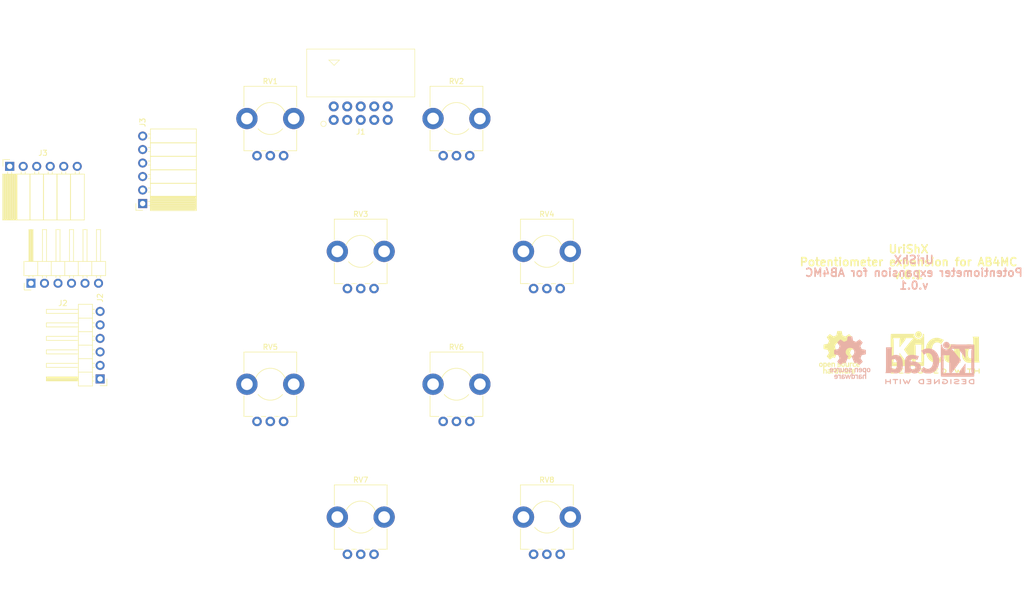
<source format=kicad_pcb>
(kicad_pcb (version 4) (host pcbnew 4.0.7-e2-6376~58~ubuntu16.04.1)
  (title_block (title "Potentiometer sub-board for AB4MC") (date 2018-08-14) (rev 0.1) (company URiShX) (comment 3 "Fitted to 100x100 sq."))
  (layers (0 F.Cu signal) (31 B.Cu signal) (34 B.Paste user) (35 F.Paste user) (36 B.SilkS user) (37 F.SilkS user) (38 B.Mask user) (39 F.Mask user) (44 Edge.Cuts user))
  (net 0 "")
  (net 1 "Net-(J1-Pad1)")
  (net 2 "Net-(J1-Pad2)")
  (net 3 "Net-(J1-Pad3)")
  (net 4 "Net-(J1-Pad4)")
  (net 5 "Net-(J1-Pad5)")
  (net 6 "Net-(J1-Pad6)")
  (net 7 "Net-(J1-Pad7)")
  (net 8 "Net-(J1-Pad8)")
  (net 9 GND)
  (net 10 VCC)
  (module Socket_Strips:Socket_Strip_Angled_1x06_Pitch2.54mm (layer F.Cu) (at 44 81 90)
    (fp_text reference J3 (at 2.5 6.25 180) (layer F.SilkS))
    (fp_text value Conn_01x06_Female hide)
    (pad 1 thru_hole rect (at 0 0 90) (size 1.7 1.7) (drill 1) (layers *.Cu *.Mask) (net 10 VCC))
    (pad 2 thru_hole oval (at 0 2.54 90) (size 1.7 1.7) (drill 1) (layers *.Cu *.Mask) (net 9 GND))
    (pad 3 thru_hole oval (at 0 5.08 90) (size 1.7 1.7) (drill 1) (layers *.Cu *.Mask) (net 2 "Net-(J1-Pad2)"))
    (pad 4 thru_hole oval (at 0 7.62 90) (size 1.7 1.7) (drill 1) (layers *.Cu *.Mask) (net 4 "Net-(J1-Pad4)"))
    (pad 5 thru_hole oval (at 0 10.16 90) (size 1.7 1.7) (drill 1) (layers *.Cu *.Mask) (net 6 "Net-(J1-Pad6)"))
    (pad 6 thru_hole oval (at 0 12.7 90) (size 1.7 1.7) (drill 1) (layers *.Cu *.Mask) (net 8 "Net-(J1-Pad8)"))
  )
  (module Pin_Headers:Pin_Header_Angled_1x06_Pitch2.54mm (layer F.Cu) (at 48 103 90)
    (fp_text reference J2 (at -3.75 6 180) (layer F.SilkS))
    (fp_text value Conn_01x06_Male hide)
    (pad 1 thru_hole rect (at 0 0 90) (size 1.7 1.7) (drill 1) (layers *.Cu *.Mask) (net 10 VCC))
    (pad 2 thru_hole oval (at 0 2.54 90) (size 1.7 1.7) (drill 1) (layers *.Cu *.Mask) (net 9 GND))
    (pad 3 thru_hole oval (at 0 5.08 90) (size 1.7 1.7) (drill 1) (layers *.Cu *.Mask) (net 2 "Net-(J1-Pad2)"))
    (pad 4 thru_hole oval (at 0 7.62 90) (size 1.7 1.7) (drill 1) (layers *.Cu *.Mask) (net 4 "Net-(J1-Pad4)"))
    (pad 5 thru_hole oval (at 0 10.16 90) (size 1.7 1.7) (drill 1) (layers *.Cu *.Mask) (net 6 "Net-(J1-Pad6)"))
    (pad 6 thru_hole oval (at 0 12.7 90) (size 1.7 1.7) (drill 1) (layers *.Cu *.Mask) (net 8 "Net-(J1-Pad8)"))
  )
  (module MyFootprintLib:Mouse_bites (layer F.Cu) (at 175 102.25)
    (fp_text reference REF** hide)
    (fp_text value "Mouse bites" hide)
    (pad "" np_thru_hole circle (at -2.25 -1) (size 0.35 0.35) (drill 0.35) (layers *.Cu *.Mask))
    (pad "" np_thru_hole circle (at -0.75 -1) (size 0.35 0.35) (drill 0.35) (layers *.Cu *.Mask))
    (pad "" np_thru_hole circle (at 0.75 -1) (size 0.35 0.35) (drill 0.35) (layers *.Cu *.Mask))
    (pad "" np_thru_hole circle (at 2.25 -1) (size 0.35 0.35) (drill 0.35) (layers *.Cu *.Mask))
    (pad "" np_thru_hole circle (at -2.25 1) (size 0.35 0.35) (drill 0.35) (layers *.Cu *.Mask))
    (pad "" np_thru_hole circle (at -0.75 1) (size 0.35 0.35) (drill 0.35) (layers *.Cu *.Mask))
    (pad "" np_thru_hole circle (at 0.75 1) (size 0.35 0.35) (drill 0.35) (layers *.Cu *.Mask))
    (pad "" np_thru_hole circle (at 2.25 1) (size 0.35 0.35) (drill 0.35) (layers *.Cu *.Mask))
  )
  (module 2X5-SHROUDED_rightAngle (layer F.Cu) (at 110 71 90)
    (fp_text reference J1 (at -3.5 0 180) (layer F.SilkS))
    (fp_text value Conn_02x05_Odd_Even hide)
    (pad 1 thru_hole circle (at -1.27 -5.08 90) (size 1.8796 1.8796) (drill 1.016) (layers *.Cu *.Mask) (net 1 "Net-(J1-Pad1)"))
    (pad 2 thru_hole circle (at 1.27 -5.08 90) (size 1.8796 1.8796) (drill 1.016) (layers *.Cu *.Mask) (net 2 "Net-(J1-Pad2)"))
    (pad 3 thru_hole circle (at -1.27 -2.54 90) (size 1.8796 1.8796) (drill 1.016) (layers *.Cu *.Mask) (net 3 "Net-(J1-Pad3)"))
    (pad 4 thru_hole circle (at 1.27 -2.54 90) (size 1.8796 1.8796) (drill 1.016) (layers *.Cu *.Mask) (net 4 "Net-(J1-Pad4)"))
    (pad 5 thru_hole circle (at -1.27 0 90) (size 1.8796 1.8796) (drill 1.016) (layers *.Cu *.Mask) (net 5 "Net-(J1-Pad5)"))
    (pad 6 thru_hole circle (at 1.27 0 90) (size 1.8796 1.8796) (drill 1.016) (layers *.Cu *.Mask) (net 6 "Net-(J1-Pad6)"))
    (pad 7 thru_hole circle (at -1.27 2.54 90) (size 1.8796 1.8796) (drill 1.016) (layers *.Cu *.Mask) (net 7 "Net-(J1-Pad7)"))
    (pad 8 thru_hole circle (at 1.27 2.54 90) (size 1.8796 1.8796) (drill 1.016) (layers *.Cu *.Mask) (net 8 "Net-(J1-Pad8)"))
    (pad 9 thru_hole circle (at -1.27 5.08 90) (size 1.8796 1.8796) (drill 1.016) (layers *.Cu *.Mask) (net 9 GND))
    (pad 10 thru_hole circle (at 1.27 5.08 90) (size 1.8796 1.8796) (drill 1.016) (layers *.Cu *.Mask) (net 10 VCC))
  )
  (module Mounting_Holes:MountingHole_3.2mm_M3 (layer F.Cu) (at 165 116.25)
    (fp_text reference REF** hide)
    (fp_text value MountingHole_3.2mm_M3 hide)
    (pad 1 np_thru_hole circle (at 0 0) (size 3.2 3.2) (drill 3.2) (layers *.Cu *.Mask))
  )
  (module Mounting_Holes:MountingHole_3.2mm_M3 (layer F.Cu) (at 161 88.25)
    (fp_text reference REF** hide)
    (fp_text value MountingHole_3.2mm_M3 hide)
    (pad 1 np_thru_hole circle (at 0 0) (size 3.2 3.2) (drill 3.2) (layers *.Cu *.Mask))
  )
  (module Mounting_Holes:MountingHole_3.2mm_M3 (layer F.Cu) (at 109 116.25)
    (fp_text reference REF** hide)
    (fp_text value MountingHole_3.2mm_M3 hide)
    (pad 1 np_thru_hole circle (at 0 0) (size 3.2 3.2) (drill 3.2) (layers *.Cu *.Mask))
  )
  (module Symbols:OSHW-Logo_7.5x8mm_SilkScreen (layer F.Cu) (at 200 116)
    (fp_text reference REF*** hide)
    (fp_text value OSHW-Logo_7.5x8mm_SilkScreen hide)
  )
  (module Symbols:KiCad-Logo2_8mm_SilkScreen (layer B.Cu) (at 217 118 180)
    (fp_text reference REF*** hide)
    (fp_text value KiCad-Logo2_8mm_SilkScreen hide)
  )
  (module MyFootprintLib:Mouse_bites (layer F.Cu) (at 91 102.25)
    (fp_text reference REF** hide)
    (fp_text value "Mouse bites" hide)
    (pad "" np_thru_hole circle (at -2.25 -1) (size 0.35 0.35) (drill 0.35) (layers *.Cu *.Mask))
    (pad "" np_thru_hole circle (at -0.75 -1) (size 0.35 0.35) (drill 0.35) (layers *.Cu *.Mask))
    (pad "" np_thru_hole circle (at 0.75 -1) (size 0.35 0.35) (drill 0.35) (layers *.Cu *.Mask))
    (pad "" np_thru_hole circle (at 2.25 -1) (size 0.35 0.35) (drill 0.35) (layers *.Cu *.Mask))
    (pad "" np_thru_hole circle (at -2.25 1) (size 0.35 0.35) (drill 0.35) (layers *.Cu *.Mask))
    (pad "" np_thru_hole circle (at -0.75 1) (size 0.35 0.35) (drill 0.35) (layers *.Cu *.Mask))
    (pad "" np_thru_hole circle (at 0.75 1) (size 0.35 0.35) (drill 0.35) (layers *.Cu *.Mask))
    (pad "" np_thru_hole circle (at 2.25 1) (size 0.35 0.35) (drill 0.35) (layers *.Cu *.Mask))
  )
  (module Pin_Headers:Pin_Header_Angled_1x06_Pitch2.54mm (layer F.Cu) (at 61 121 180)
    (fp_text reference J2 (at 0 15.25 270) (layer F.SilkS))
    (fp_text value Conn_01x06_Male hide)
    (pad 1 thru_hole rect (at 0 0 180) (size 1.7 1.7) (drill 1) (layers *.Cu *.Mask) (net 10 VCC))
    (pad 2 thru_hole oval (at 0 2.54 180) (size 1.7 1.7) (drill 1) (layers *.Cu *.Mask) (net 9 GND))
    (pad 3 thru_hole oval (at 0 5.08 180) (size 1.7 1.7) (drill 1) (layers *.Cu *.Mask) (net 2 "Net-(J1-Pad2)"))
    (pad 4 thru_hole oval (at 0 7.62 180) (size 1.7 1.7) (drill 1) (layers *.Cu *.Mask) (net 4 "Net-(J1-Pad4)"))
    (pad 5 thru_hole oval (at 0 10.16 180) (size 1.7 1.7) (drill 1) (layers *.Cu *.Mask) (net 6 "Net-(J1-Pad6)"))
    (pad 6 thru_hole oval (at 0 12.7 180) (size 1.7 1.7) (drill 1) (layers *.Cu *.Mask) (net 8 "Net-(J1-Pad8)"))
  )
  (module Socket_Strips:Socket_Strip_Angled_1x06_Pitch2.54mm (layer F.Cu) (at 69 88 180)
    (fp_text reference J3 (at 0 15.25 270) (layer F.SilkS))
    (fp_text value Conn_01x06_Female hide)
    (pad 1 thru_hole rect (at 0 0 180) (size 1.7 1.7) (drill 1) (layers *.Cu *.Mask) (net 10 VCC))
    (pad 2 thru_hole oval (at 0 2.54 180) (size 1.7 1.7) (drill 1) (layers *.Cu *.Mask) (net 9 GND))
    (pad 3 thru_hole oval (at 0 5.08 180) (size 1.7 1.7) (drill 1) (layers *.Cu *.Mask) (net 2 "Net-(J1-Pad2)"))
    (pad 4 thru_hole oval (at 0 7.62 180) (size 1.7 1.7) (drill 1) (layers *.Cu *.Mask) (net 4 "Net-(J1-Pad4)"))
    (pad 5 thru_hole oval (at 0 10.16 180) (size 1.7 1.7) (drill 1) (layers *.Cu *.Mask) (net 6 "Net-(J1-Pad6)"))
    (pad 6 thru_hole oval (at 0 12.7 180) (size 1.7 1.7) (drill 1) (layers *.Cu *.Mask) (net 8 "Net-(J1-Pad8)"))
  )
  (module MyFootprintLib:Potentiometer_Bourns_PTV09A_Horizontal (layer F.Cu) (at 93 79 90)
    (fp_text reference RV1 (at 14 0 180) (layer F.SilkS))
    (fp_text value 10k_B hide)
    (pad 1 thru_hole circle (at 0 -2.5 90) (size 1.8 1.8) (drill 1) (layers *.Cu *.Mask) (net 9 GND))
    (pad 2 thru_hole circle (at 0 0 90) (size 1.8 1.8) (drill 1) (layers *.Cu *.Mask) (net 1 "Net-(J1-Pad1)"))
    (pad 3 thru_hole circle (at 0 2.5 90) (size 1.8 1.8) (drill 1) (layers *.Cu *.Mask) (net 10 VCC))
    (pad "" np_thru_hole circle (at 7 -4.4 90) (size 4 4) (drill 2.2) (layers *.Cu *.Mask))
    (pad "" np_thru_hole circle (at 7 4.4 90) (size 4 4) (drill 2.2) (layers *.Cu *.Mask))
  )
  (module MyFootprintLib:Potentiometer_Bourns_PTV09A_Horizontal (layer F.Cu) (at 128 79 90)
    (fp_text reference RV2 (at 14 0 180) (layer F.SilkS))
    (fp_text value 10k_B hide)
    (pad 1 thru_hole circle (at 0 -2.5 90) (size 1.8 1.8) (drill 1) (layers *.Cu *.Mask) (net 9 GND))
    (pad 2 thru_hole circle (at 0 0 90) (size 1.8 1.8) (drill 1) (layers *.Cu *.Mask) (net 3 "Net-(J1-Pad3)"))
    (pad 3 thru_hole circle (at 0 2.5 90) (size 1.8 1.8) (drill 1) (layers *.Cu *.Mask) (net 10 VCC))
    (pad "" np_thru_hole circle (at 7 -4.4 90) (size 4 4) (drill 2.2) (layers *.Cu *.Mask))
    (pad "" np_thru_hole circle (at 7 4.4 90) (size 4 4) (drill 2.2) (layers *.Cu *.Mask))
  )
  (module MyFootprintLib:Potentiometer_Bourns_PTV09A_Horizontal (layer F.Cu) (at 110 104 90)
    (fp_text reference RV3 (at 14 0 180) (layer F.SilkS))
    (fp_text value 10k_B hide)
    (pad 1 thru_hole circle (at 0 -2.5 90) (size 1.8 1.8) (drill 1) (layers *.Cu *.Mask) (net 9 GND))
    (pad 2 thru_hole circle (at 0 0 90) (size 1.8 1.8) (drill 1) (layers *.Cu *.Mask) (net 5 "Net-(J1-Pad5)"))
    (pad 3 thru_hole circle (at 0 2.5 90) (size 1.8 1.8) (drill 1) (layers *.Cu *.Mask) (net 10 VCC))
    (pad "" np_thru_hole circle (at 7 -4.4 90) (size 4 4) (drill 2.2) (layers *.Cu *.Mask))
    (pad "" np_thru_hole circle (at 7 4.4 90) (size 4 4) (drill 2.2) (layers *.Cu *.Mask))
  )
  (module MyFootprintLib:Potentiometer_Bourns_PTV09A_Horizontal (layer F.Cu) (at 145 104 90)
    (fp_text reference RV4 (at 14 0 180) (layer F.SilkS))
    (fp_text value 10k_B hide)
    (pad 1 thru_hole circle (at 0 -2.5 90) (size 1.8 1.8) (drill 1) (layers *.Cu *.Mask) (net 9 GND))
    (pad 2 thru_hole circle (at 0 0 90) (size 1.8 1.8) (drill 1) (layers *.Cu *.Mask) (net 7 "Net-(J1-Pad7)"))
    (pad 3 thru_hole circle (at 0 2.5 90) (size 1.8 1.8) (drill 1) (layers *.Cu *.Mask) (net 10 VCC))
    (pad "" np_thru_hole circle (at 7 -4.4 90) (size 4 4) (drill 2.2) (layers *.Cu *.Mask))
    (pad "" np_thru_hole circle (at 7 4.4 90) (size 4 4) (drill 2.2) (layers *.Cu *.Mask))
  )
  (module MyFootprintLib:Potentiometer_Bourns_PTV09A_Horizontal (layer F.Cu) (at 93 129 90)
    (fp_text reference RV5 (at 14 0 180) (layer F.SilkS))
    (fp_text value 10k_B hide)
    (pad 1 thru_hole circle (at 0 -2.5 90) (size 1.8 1.8) (drill 1) (layers *.Cu *.Mask) (net 9 GND))
    (pad 2 thru_hole circle (at 0 0 90) (size 1.8 1.8) (drill 1) (layers *.Cu *.Mask) (net 2 "Net-(J1-Pad2)"))
    (pad 3 thru_hole circle (at 0 2.5 90) (size 1.8 1.8) (drill 1) (layers *.Cu *.Mask) (net 10 VCC))
    (pad "" np_thru_hole circle (at 7 -4.4 90) (size 4 4) (drill 2.2) (layers *.Cu *.Mask))
    (pad "" np_thru_hole circle (at 7 4.4 90) (size 4 4) (drill 2.2) (layers *.Cu *.Mask))
  )
  (module MyFootprintLib:Potentiometer_Bourns_PTV09A_Horizontal (layer F.Cu) (at 128 129 90)
    (fp_text reference RV6 (at 14 0 180) (layer F.SilkS))
    (fp_text value 10k_B hide)
    (pad 1 thru_hole circle (at 0 -2.5 90) (size 1.8 1.8) (drill 1) (layers *.Cu *.Mask) (net 9 GND))
    (pad 2 thru_hole circle (at 0 0 90) (size 1.8 1.8) (drill 1) (layers *.Cu *.Mask) (net 4 "Net-(J1-Pad4)"))
    (pad 3 thru_hole circle (at 0 2.5 90) (size 1.8 1.8) (drill 1) (layers *.Cu *.Mask) (net 10 VCC))
    (pad "" np_thru_hole circle (at 7 -4.4 90) (size 4 4) (drill 2.2) (layers *.Cu *.Mask))
    (pad "" np_thru_hole circle (at 7 4.4 90) (size 4 4) (drill 2.2) (layers *.Cu *.Mask))
  )
  (module MyFootprintLib:Potentiometer_Bourns_PTV09A_Horizontal (layer F.Cu) (at 110 154 90)
    (fp_text reference RV7 (at 14 0 180) (layer F.SilkS))
    (fp_text value 10k_B hide)
    (pad 1 thru_hole circle (at 0 -2.5 90) (size 1.8 1.8) (drill 1) (layers *.Cu *.Mask) (net 9 GND))
    (pad 2 thru_hole circle (at 0 0 90) (size 1.8 1.8) (drill 1) (layers *.Cu *.Mask) (net 6 "Net-(J1-Pad6)"))
    (pad 3 thru_hole circle (at 0 2.5 90) (size 1.8 1.8) (drill 1) (layers *.Cu *.Mask) (net 10 VCC))
    (pad "" np_thru_hole circle (at 7 -4.4 90) (size 4 4) (drill 2.2) (layers *.Cu *.Mask))
    (pad "" np_thru_hole circle (at 7 4.4 90) (size 4 4) (drill 2.2) (layers *.Cu *.Mask))
  )
  (module MyFootprintLib:Potentiometer_Bourns_PTV09A_Horizontal (layer F.Cu) (at 145 154 90)
    (fp_text reference RV8 (at 14 0 180) (layer F.SilkS))
    (fp_text value 10k_B hide)
    (pad 1 thru_hole circle (at 0 -2.5 90) (size 1.8 1.8) (drill 1) (layers *.Cu *.Mask) (net 9 GND))
    (pad 2 thru_hole circle (at 0 0 90) (size 1.8 1.8) (drill 1) (layers *.Cu *.Mask) (net 8 "Net-(J1-Pad8)"))
    (pad 3 thru_hole circle (at 0 2.5 90) (size 1.8 1.8) (drill 1) (layers *.Cu *.Mask) (net 10 VCC))
    (pad "" np_thru_hole circle (at 7 -4.4 90) (size 4 4) (drill 2.2) (layers *.Cu *.Mask))
    (pad "" np_thru_hole circle (at 7 4.4 90) (size 4 4) (drill 2.2) (layers *.Cu *.Mask))
  )
  (module MyFootprintLib:Mouse_bites (layer F.Cu) (at 133 102.25)
    (fp_text reference REF** hide)
    (fp_text value "Mouse bites" hide)
    (pad "" np_thru_hole circle (at -2.25 -1) (size 0.35 0.35) (drill 0.35) (layers *.Cu *.Mask))
    (pad "" np_thru_hole circle (at -0.75 -1) (size 0.35 0.35) (drill 0.35) (layers *.Cu *.Mask))
    (pad "" np_thru_hole circle (at 0.75 -1) (size 0.35 0.35) (drill 0.35) (layers *.Cu *.Mask))
    (pad "" np_thru_hole circle (at 2.25 -1) (size 0.35 0.35) (drill 0.35) (layers *.Cu *.Mask))
    (pad "" np_thru_hole circle (at -2.25 1) (size 0.35 0.35) (drill 0.35) (layers *.Cu *.Mask))
    (pad "" np_thru_hole circle (at -0.75 1) (size 0.35 0.35) (drill 0.35) (layers *.Cu *.Mask))
    (pad "" np_thru_hole circle (at 0.75 1) (size 0.35 0.35) (drill 0.35) (layers *.Cu *.Mask))
    (pad "" np_thru_hole circle (at 2.25 1) (size 0.35 0.35) (drill 0.35) (layers *.Cu *.Mask))
  )
  (module Symbols:OSHW-Logo_7.5x8mm_SilkScreen (layer B.Cu) (at 202 117 180)
    (fp_text reference REF*** hide)
    (fp_text value OSHW-Logo_7.5x8mm_SilkScreen hide)
  )
  (module Symbols:KiCad-Logo2_8mm_SilkScreen (layer F.Cu) (at 218 116)
    (fp_text reference REF*** hide)
    (fp_text value KiCad-Logo2_8mm_SilkScreen hide)
  )
  (module Mounting_Holes:MountingHole_3.2mm_M3 (layer F.Cu) (at 105 88.25)
    (fp_text reference REF** hide)
    (fp_text value MountingHole_3.2mm_M3 hide)
    (pad 1 np_thru_hole circle (at 0 0) (size 3.2 3.2) (drill 3.2) (layers *.Cu *.Mask))
  )
  (gr_text "UriShX\nPotentiometer expansion for AB4MC\nv.0.1" (at 213 99) (layer F.SilkS) (effects (font (size 1.5 1.5) (thickness 0.3))))
  (gr_text "UriShX\nPotentiometer expansion for AB4MC\nv.0.1" (at 214 101) (layer B.SilkS) (effects (font (size 1.5 1.5) (thickness 0.3)) (justify mirror)))
)
</source>
